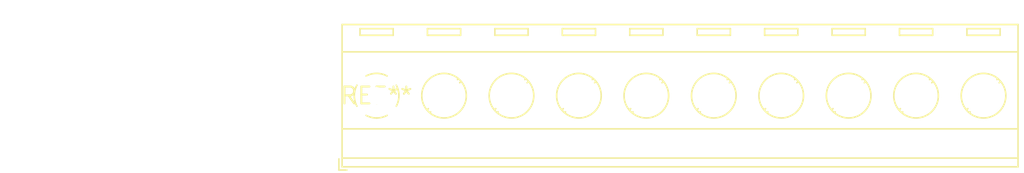
<source format=kicad_pcb>
(kicad_pcb (version 20240108) (generator pcbnew)
  (layers (0 "F.Cu" signal) (31 "B.Cu" signal) (34 "B.Paste" user) (35 "F.Paste" user) (36 "B.SilkS" user "B.Silkscreen") (37 "F.SilkS" user "F.Silkscreen") (38 "B.Mask" user) (39 "F.Mask" user) (44 "Edge.Cuts" user))
  (net 0 "")
  (footprint "TerminalBlock_RND_205-00295_1x10_P5.08mm_Horizontal" (layer "F.Cu") (at 0 0)
    (property "Reference" "REF**")
    (property "Value" "TerminalBlock_RND_205-00295_1x10_P5.08mm_Horizontal")
    (fp_line (start -2.84 4.76) (end -2.84 5.6) (layer "F.SilkS") (stroke (width 0.12)))
    (fp_line (start -2.84 5.6) (end -2.24 5.6) (layer "F.SilkS") (stroke (width 0.12)))
    (fp_line (start -2.6 -5.36) (end -2.6 5.36) (layer "F.SilkS") (stroke (width 0.12)))
    (fp_line (start -2.6 -5.36) (end 48.32 -5.36) (layer "F.SilkS") (stroke (width 0.12)))
    (fp_line (start -2.6 -3.3) (end 48.32 -3.3) (layer "F.SilkS") (stroke (width 0.12)))
    (fp_line (start -2.6 2.5) (end 48.32 2.5) (layer "F.SilkS") (stroke (width 0.12)))
    (fp_line (start -2.6 4.7) (end 48.32 4.7) (layer "F.SilkS") (stroke (width 0.12)))
    (fp_line (start -2.6 5.36) (end 48.32 5.36) (layer "F.SilkS") (stroke (width 0.12)))
    (fp_line (start -1.25 -5.05) (end -1.25 -4.55) (layer "F.SilkS") (stroke (width 0.12)))
    (fp_line (start -1.25 -5.05) (end 1.25 -5.05) (layer "F.SilkS") (stroke (width 0.12)))
    (fp_line (start -1.25 -4.55) (end 1.25 -4.55) (layer "F.SilkS") (stroke (width 0.12)))
    (fp_line (start 1.25 -5.05) (end 1.25 -4.55) (layer "F.SilkS") (stroke (width 0.12)))
    (fp_line (start 3.83 -5.05) (end 3.83 -4.55) (layer "F.SilkS") (stroke (width 0.12)))
    (fp_line (start 3.83 -5.05) (end 6.33 -5.05) (layer "F.SilkS") (stroke (width 0.12)))
    (fp_line (start 3.83 -4.55) (end 6.33 -4.55) (layer "F.SilkS") (stroke (width 0.12)))
    (fp_line (start 3.9 0.976) (end 3.806 1.069) (layer "F.SilkS") (stroke (width 0.12)))
    (fp_line (start 4.07 1.216) (end 4.011 1.274) (layer "F.SilkS") (stroke (width 0.12)))
    (fp_line (start 6.15 -1.275) (end 6.091 -1.216) (layer "F.SilkS") (stroke (width 0.12)))
    (fp_line (start 6.33 -5.05) (end 6.33 -4.55) (layer "F.SilkS") (stroke (width 0.12)))
    (fp_line (start 6.355 -1.069) (end 6.261 -0.976) (layer "F.SilkS") (stroke (width 0.12)))
    (fp_line (start 8.91 -5.05) (end 8.91 -4.55) (layer "F.SilkS") (stroke (width 0.12)))
    (fp_line (start 8.91 -5.05) (end 11.41 -5.05) (layer "F.SilkS") (stroke (width 0.12)))
    (fp_line (start 8.91 -4.55) (end 11.41 -4.55) (layer "F.SilkS") (stroke (width 0.12)))
    (fp_line (start 8.98 0.976) (end 8.886 1.069) (layer "F.SilkS") (stroke (width 0.12)))
    (fp_line (start 9.15 1.216) (end 9.091 1.274) (layer "F.SilkS") (stroke (width 0.12)))
    (fp_line (start 11.23 -1.275) (end 11.171 -1.216) (layer "F.SilkS") (stroke (width 0.12)))
    (fp_line (start 11.41 -5.05) (end 11.41 -4.55) (layer "F.SilkS") (stroke (width 0.12)))
    (fp_line (start 11.435 -1.069) (end 11.341 -0.976) (layer "F.SilkS") (stroke (width 0.12)))
    (fp_line (start 13.99 -5.05) (end 13.99 -4.55) (layer "F.SilkS") (stroke (width 0.12)))
    (fp_line (start 13.99 -5.05) (end 16.49 -5.05) (layer "F.SilkS") (stroke (width 0.12)))
    (fp_line (start 13.99 -4.55) (end 16.49 -4.55) (layer "F.SilkS") (stroke (width 0.12)))
    (fp_line (start 14.06 0.976) (end 13.966 1.069) (layer "F.SilkS") (stroke (width 0.12)))
    (fp_line (start 14.23 1.216) (end 14.171 1.274) (layer "F.SilkS") (stroke (width 0.12)))
    (fp_line (start 16.31 -1.275) (end 16.251 -1.216) (layer "F.SilkS") (stroke (width 0.12)))
    (fp_line (start 16.49 -5.05) (end 16.49 -4.55) (layer "F.SilkS") (stroke (width 0.12)))
    (fp_line (start 16.515 -1.069) (end 16.421 -0.976) (layer "F.SilkS") (stroke (width 0.12)))
    (fp_line (start 19.07 -5.05) (end 19.07 -4.55) (layer "F.SilkS") (stroke (width 0.12)))
    (fp_line (start 19.07 -5.05) (end 21.57 -5.05) (layer "F.SilkS") (stroke (width 0.12)))
    (fp_line (start 19.07 -4.55) (end 21.57 -4.55) (layer "F.SilkS") (stroke (width 0.12)))
    (fp_line (start 19.14 0.976) (end 19.046 1.069) (layer "F.SilkS") (stroke (width 0.12)))
    (fp_line (start 19.31 1.216) (end 19.251 1.274) (layer "F.SilkS") (stroke (width 0.12)))
    (fp_line (start 21.39 -1.275) (end 21.331 -1.216) (layer "F.SilkS") (stroke (width 0.12)))
    (fp_line (start 21.57 -5.05) (end 21.57 -4.55) (layer "F.SilkS") (stroke (width 0.12)))
    (fp_line (start 21.595 -1.069) (end 21.501 -0.976) (layer "F.SilkS") (stroke (width 0.12)))
    (fp_line (start 24.15 -5.05) (end 24.15 -4.55) (layer "F.SilkS") (stroke (width 0.12)))
    (fp_line (start 24.15 -5.05) (end 26.65 -5.05) (layer "F.SilkS") (stroke (width 0.12)))
    (fp_line (start 24.15 -4.55) (end 26.65 -4.55) (layer "F.SilkS") (stroke (width 0.12)))
    (fp_line (start 24.22 0.976) (end 24.126 1.069) (layer "F.SilkS") (stroke (width 0.12)))
    (fp_line (start 24.39 1.216) (end 24.331 1.274) (layer "F.SilkS") (stroke (width 0.12)))
    (fp_line (start 26.47 -1.275) (end 26.411 -1.216) (layer "F.SilkS") (stroke (width 0.12)))
    (fp_line (start 26.65 -5.05) (end 26.65 -4.55) (layer "F.SilkS") (stroke (width 0.12)))
    (fp_line (start 26.675 -1.069) (end 26.581 -0.976) (layer "F.SilkS") (stroke (width 0.12)))
    (fp_line (start 29.23 -5.05) (end 29.23 -4.55) (layer "F.SilkS") (stroke (width 0.12)))
    (fp_line (start 29.23 -5.05) (end 31.73 -5.05) (layer "F.SilkS") (stroke (width 0.12)))
    (fp_line (start 29.23 -4.55) (end 31.73 -4.55) (layer "F.SilkS") (stroke (width 0.12)))
    (fp_line (start 29.3 0.976) (end 29.206 1.069) (layer "F.SilkS") (stroke (width 0.12)))
    (fp_line (start 29.47 1.216) (end 29.411 1.274) (layer "F.SilkS") (stroke (width 0.12)))
    (fp_line (start 31.55 -1.275) (end 31.491 -1.216) (layer "F.SilkS") (stroke (width 0.12)))
    (fp_line (start 31.73 -5.05) (end 31.73 -4.55) (layer "F.SilkS") (stroke (width 0.12)))
    (fp_line (start 31.755 -1.069) (end 31.661 -0.976) (layer "F.SilkS") (stroke (width 0.12)))
    (fp_line (start 34.31 -5.05) (end 34.31 -4.55) (layer "F.SilkS") (stroke (width 0.12)))
    (fp_line (start 34.31 -5.05) (end 36.81 -5.05) (layer "F.SilkS") (stroke (width 0.12)))
    (fp_line (start 34.31 -4.55) (end 36.81 -4.55) (layer "F.SilkS") (stroke (width 0.12)))
    (fp_line (start 34.38 0.976) (end 34.286 1.069) (layer "F.SilkS") (stroke (width 0.12)))
    (fp_line (start 34.55 1.216) (end 34.491 1.274) (layer "F.SilkS") (stroke (width 0.12)))
    (fp_line (start 36.63 -1.275) (end 36.571 -1.216) (layer "F.SilkS") (stroke (width 0.12)))
    (fp_line (start 36.81 -5.05) (end 36.81 -4.55) (layer "F.SilkS") (stroke (width 0.12)))
    (fp_line (start 36.835 -1.069) (end 36.741 -0.976) (layer "F.SilkS") (stroke (width 0.12)))
    (fp_line (start 39.39 -5.05) (end 39.39 -4.55) (layer "F.SilkS") (stroke (width 0.12)))
    (fp_line (start 39.39 -5.05) (end 41.89 -5.05) (layer "F.SilkS") (stroke (width 0.12)))
    (fp_line (start 39.39 -4.55) (end 41.89 -4.55) (layer "F.SilkS") (stroke (width 0.12)))
    (fp_line (start 39.46 0.976) (end 39.366 1.069) (layer "F.SilkS") (stroke (width 0.12)))
    (fp_line (start 39.63 1.216) (end 39.571 1.274) (layer "F.SilkS") (stroke (width 0.12)))
    (fp_line (start 41.71 -1.275) (end 41.651 -1.216) (layer "F.SilkS") (stroke (width 0.12)))
    (fp_line (start 41.89 -5.05) (end 41.89 -4.55) (layer "F.SilkS") (stroke (width 0.12)))
    (fp_line (start 41.915 -1.069) (end 41.821 -0.976) (layer "F.SilkS") (stroke (width 0.12)))
    (fp_line (start 44.47 -5.05) (end 44.47 -4.55) (layer "F.SilkS") (stroke (width 0.12)))
    (fp_line (start 44.47 -5.05) (end 46.97 -5.05) (layer "F.SilkS") (stroke (width 0.12)))
    (fp_line (start 44.47 -4.55) (end 46.97 -4.55) (layer "F.SilkS") (stroke (width 0.12)))
    (fp_line (start 44.54 0.976) (end 44.446 1.069) (layer "F.SilkS") (stroke (width 0.12)))
    (fp_line (start 44.71 1.216) (end 44.651 1.274) (layer "F.SilkS") (stroke (width 0.12)))
    (fp_line (start 46.79 -1.275) (end 46.731 -1.216) (layer "F.SilkS") (stroke (width 0.12)))
    (fp_line (start 46.97 -5.05) (end 46.97 -4.55) (layer "F.SilkS") (stroke (width 0.12)))
    (fp_line (start 46.995 -1.069) (end 46.901 -0.976) (layer "F.SilkS") (stroke (width 0.12)))
    (fp_line (start 48.32 -5.36) (end 48.32 5.36) (layer "F.SilkS") (stroke (width 0.12)))
    (fp_arc (start -1.483953 0.789089) (mid -1.680708 5e-05) (end -1.484 -0.789) (layer "F.SilkS") (stroke (width 0.12)))
    (fp_arc (start -0.789089 -1.483953) (mid -5e-05 -1.680708) (end 0.789 -1.484) (layer "F.SilkS") (stroke (width 0.12)))
    (fp_arc (start 0.029383 1.68045) (mid -0.392304 1.634281) (end -0.789 1.484) (layer "F.SilkS") (stroke (width 0.12)))
    (fp_arc (start 0.788712 1.483352) (mid 0.406429 1.630097) (end 0 1.68) (layer "F.SilkS") (stroke (width 0.12)))
    (fp_arc (start 1.483953 -0.789089) (mid 1.680708 -5e-05) (end 1.484 0.789) (layer "F.SilkS") (stroke (width 0.12)))
    (fp_circle (center 5.08 0) (end 6.76 0) (layer "F.SilkS") (stroke (width 0.12)) (fill none))
    (fp_circle (center 10.16 0) (end 11.84 0) (layer "F.SilkS") (stroke (width 0.12)) (fill none))
    (fp_circle (center 15.24 0) (end 16.92 0) (layer "F.SilkS") (stroke (width 0.12)) (fill none))
    (fp_circle (center 20.32 0) (end 22 0) (layer "F.SilkS") (stroke (width 0.12)) (fill none))
    (fp_circle (center 25.4 0) (end 27.08 0) (layer "F.SilkS") (stroke (width 0.12)) (fill none))
    (fp_circle (center 30.48 0) (end 32.16 0) (layer "F.SilkS") (stroke (width 0.12)) (fill none))
    (fp_circle (center 35.56 0) (end 37.24 0) (layer "F.SilkS") (stroke (width 0.12)) (fill none))
    (fp_circle (center 40.64 0) (end 42.32 0) (layer "F.SilkS") (stroke (width 0.12)) (fill none))
    (fp_circle (center 45.72 0) (end 47.4 0) (layer "F.SilkS") (stroke (width 0.12)) (fill none))
    (pad "1" thru_hole rect (at 0 0) (size 2.5 2.5) (drill 1.3) (layers *.Cu *.Mask) (remove_unused_layers))
    (pad "2" thru_hole circle (at 5.08 0) (size 2.5 2.5) (drill 1.3) (layers *.Cu *.Mask) (remove_unused_layers))
    (pad "3" thru_hole circle (at 10.16 0) (size 2.5 2.5) (drill 1.3) (layers *.Cu *.Mask) (remove_unused_layers))
    (pad "4" thru_hole circle (at 15.24 0) (size 2.5 2.5) (drill 1.3) (layers *.Cu *.Mask) (remove_unused_layers))
    (pad "5" thru_hole circle (at 20.32 0) (size 2.5 2.5) (drill 1.3) (layers *.Cu *.Mask) (remove_unused_layers))
    (pad "6" thru_hole circle (at 25.4 0) (size 2.5 2.5) (drill 1.3) (layers *.Cu *.Mask) (remove_unused_layers))
    (pad "7" thru_hole circle (at 30.48 0) (size 2.5 2.5) (drill 1.3) (layers *.Cu *.Mask) (remove_unused_layers))
    (pad "8" thru_hole circle (at 35.56 0) (size 2.5 2.5) (drill 1.3) (layers *.Cu *.Mask) (remove_unused_layers))
    (pad "9" thru_hole circle (at 40.64 0) (size 2.5 2.5) (drill 1.3) (layers *.Cu *.Mask) (remove_unused_layers))
    (pad "10" thru_hole circle (at 45.72 0) (size 2.5 2.5) (drill 1.3) (layers *.Cu *.Mask) (remove_unused_layers))
  )
)
</source>
